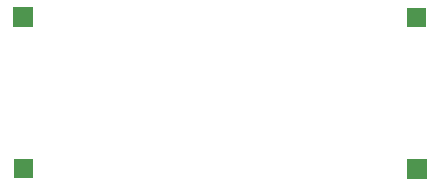
<source format=gbr>
G04 start of page 5 for group -4062 idx -4062
G04 Title: (unknown), soldermask *
G04 Creator: pcb 20080202 *
G04 CreationDate: Thu 01 Apr 2010 01:26:29 PM GMT UTC *
G04 For: ed *
G04 Format: Gerber/RS-274X *
G04 PCB-Dimensions: 162499 149999 *
G04 PCB-Coordinate-Origin: lower left *
%MOIN*%
%FSLAX24Y24*%
%LNBACKMASK*%
%ADD11C,0.0200*%
G54D11*G36*
X1217Y1942D02*Y1282D01*
X1877D01*
Y1942D01*
X1217D01*
G37*
G36*
X14318Y6976D02*Y6316D01*
X14978D01*
Y6976D01*
X14318D01*
G37*
G36*
X1216Y6987D02*Y6327D01*
X1876D01*
Y6987D01*
X1216D01*
G37*
G36*
X14332Y1938D02*Y1278D01*
X14992D01*
Y1938D01*
X14332D01*
G37*
M02*

</source>
